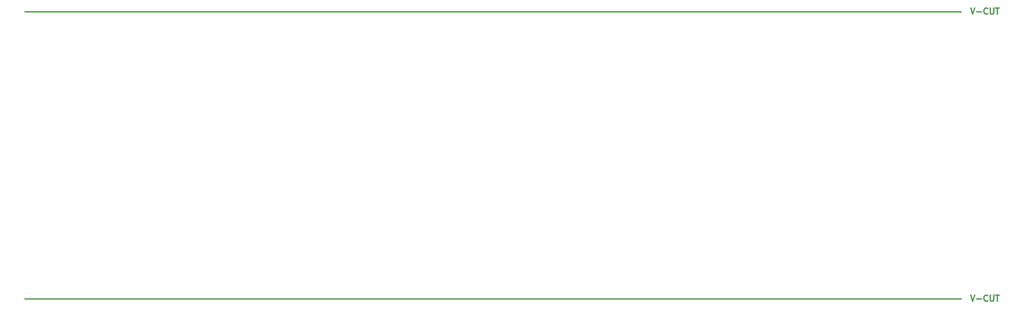
<source format=gbr>
G04 #@! TF.GenerationSoftware,KiCad,Pcbnew,7.0.0-da2b9df05c~165~ubuntu22.04.1*
G04 #@! TF.CreationDate,2023-04-25T17:32:56+00:00*
G04 #@! TF.ProjectId,pcb-rails,7063622d-7261-4696-9c73-2e6b69636164,1.0*
G04 #@! TF.SameCoordinates,Original*
G04 #@! TF.FileFunction,Other,Comment*
%FSLAX46Y46*%
G04 Gerber Fmt 4.6, Leading zero omitted, Abs format (unit mm)*
G04 Created by KiCad (PCBNEW 7.0.0-da2b9df05c~165~ubuntu22.04.1) date 2023-04-25 17:32:56*
%MOMM*%
%LPD*%
G01*
G04 APERTURE LIST*
%ADD10C,0.400000*%
G04 APERTURE END LIST*
D10*
X-3000000Y8000000D02*
X308049000Y8000000D01*
X-3000000Y103500000D02*
X308049000Y103500000D01*
X311239476Y104765239D02*
X311906142Y102765239D01*
X311906142Y102765239D02*
X312572809Y104765239D01*
X313239476Y103527143D02*
X314763286Y103527143D01*
X316858523Y102955715D02*
X316763285Y102860477D01*
X316763285Y102860477D02*
X316477571Y102765239D01*
X316477571Y102765239D02*
X316287095Y102765239D01*
X316287095Y102765239D02*
X316001380Y102860477D01*
X316001380Y102860477D02*
X315810904Y103050953D01*
X315810904Y103050953D02*
X315715666Y103241429D01*
X315715666Y103241429D02*
X315620428Y103622381D01*
X315620428Y103622381D02*
X315620428Y103908096D01*
X315620428Y103908096D02*
X315715666Y104289048D01*
X315715666Y104289048D02*
X315810904Y104479524D01*
X315810904Y104479524D02*
X316001380Y104670000D01*
X316001380Y104670000D02*
X316287095Y104765239D01*
X316287095Y104765239D02*
X316477571Y104765239D01*
X316477571Y104765239D02*
X316763285Y104670000D01*
X316763285Y104670000D02*
X316858523Y104574762D01*
X317715666Y104765239D02*
X317715666Y103146191D01*
X317715666Y103146191D02*
X317810904Y102955715D01*
X317810904Y102955715D02*
X317906142Y102860477D01*
X317906142Y102860477D02*
X318096618Y102765239D01*
X318096618Y102765239D02*
X318477571Y102765239D01*
X318477571Y102765239D02*
X318668047Y102860477D01*
X318668047Y102860477D02*
X318763285Y102955715D01*
X318763285Y102955715D02*
X318858523Y103146191D01*
X318858523Y103146191D02*
X318858523Y104765239D01*
X319525190Y104765239D02*
X320668047Y104765239D01*
X320096618Y102765239D02*
X320096618Y104765239D01*
X311239476Y9265239D02*
X311906142Y7265239D01*
X311906142Y7265239D02*
X312572809Y9265239D01*
X313239476Y8027143D02*
X314763286Y8027143D01*
X316858523Y7455715D02*
X316763285Y7360477D01*
X316763285Y7360477D02*
X316477571Y7265239D01*
X316477571Y7265239D02*
X316287095Y7265239D01*
X316287095Y7265239D02*
X316001380Y7360477D01*
X316001380Y7360477D02*
X315810904Y7550953D01*
X315810904Y7550953D02*
X315715666Y7741429D01*
X315715666Y7741429D02*
X315620428Y8122381D01*
X315620428Y8122381D02*
X315620428Y8408096D01*
X315620428Y8408096D02*
X315715666Y8789048D01*
X315715666Y8789048D02*
X315810904Y8979524D01*
X315810904Y8979524D02*
X316001380Y9170000D01*
X316001380Y9170000D02*
X316287095Y9265239D01*
X316287095Y9265239D02*
X316477571Y9265239D01*
X316477571Y9265239D02*
X316763285Y9170000D01*
X316763285Y9170000D02*
X316858523Y9074762D01*
X317715666Y9265239D02*
X317715666Y7646191D01*
X317715666Y7646191D02*
X317810904Y7455715D01*
X317810904Y7455715D02*
X317906142Y7360477D01*
X317906142Y7360477D02*
X318096618Y7265239D01*
X318096618Y7265239D02*
X318477571Y7265239D01*
X318477571Y7265239D02*
X318668047Y7360477D01*
X318668047Y7360477D02*
X318763285Y7455715D01*
X318763285Y7455715D02*
X318858523Y7646191D01*
X318858523Y7646191D02*
X318858523Y9265239D01*
X319525190Y9265239D02*
X320668047Y9265239D01*
X320096618Y7265239D02*
X320096618Y9265239D01*
M02*

</source>
